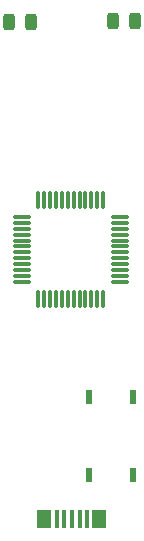
<source format=gbr>
%TF.GenerationSoftware,KiCad,Pcbnew,9.0.0*%
%TF.CreationDate,2025-02-28T11:04:11+07:00*%
%TF.ProjectId,SMT32_Bluepill,534d5433-325f-4426-9c75-6570696c6c2e,rev?*%
%TF.SameCoordinates,Original*%
%TF.FileFunction,Paste,Top*%
%TF.FilePolarity,Positive*%
%FSLAX46Y46*%
G04 Gerber Fmt 4.6, Leading zero omitted, Abs format (unit mm)*
G04 Created by KiCad (PCBNEW 9.0.0) date 2025-02-28 11:04:11*
%MOMM*%
%LPD*%
G01*
G04 APERTURE LIST*
G04 Aperture macros list*
%AMRoundRect*
0 Rectangle with rounded corners*
0 $1 Rounding radius*
0 $2 $3 $4 $5 $6 $7 $8 $9 X,Y pos of 4 corners*
0 Add a 4 corners polygon primitive as box body*
4,1,4,$2,$3,$4,$5,$6,$7,$8,$9,$2,$3,0*
0 Add four circle primitives for the rounded corners*
1,1,$1+$1,$2,$3*
1,1,$1+$1,$4,$5*
1,1,$1+$1,$6,$7*
1,1,$1+$1,$8,$9*
0 Add four rect primitives between the rounded corners*
20,1,$1+$1,$2,$3,$4,$5,0*
20,1,$1+$1,$4,$5,$6,$7,0*
20,1,$1+$1,$6,$7,$8,$9,0*
20,1,$1+$1,$8,$9,$2,$3,0*%
G04 Aperture macros list end*
%ADD10RoundRect,0.075000X-0.075000X0.662500X-0.075000X-0.662500X0.075000X-0.662500X0.075000X0.662500X0*%
%ADD11RoundRect,0.075000X-0.662500X0.075000X-0.662500X-0.075000X0.662500X-0.075000X0.662500X0.075000X0*%
%ADD12R,0.400000X1.500000*%
%ADD13R,1.150000X1.500000*%
%ADD14R,0.558800X1.153700*%
%ADD15RoundRect,0.243750X0.243750X0.456250X-0.243750X0.456250X-0.243750X-0.456250X0.243750X-0.456250X0*%
%ADD16RoundRect,0.243750X-0.243750X-0.456250X0.243750X-0.456250X0.243750X0.456250X-0.243750X0.456250X0*%
G04 APERTURE END LIST*
D10*
%TO.C,U2*%
X32650000Y-67537500D03*
X32150000Y-67537500D03*
X31650000Y-67537500D03*
X31150000Y-67537500D03*
X30650000Y-67537500D03*
X30150000Y-67537500D03*
X29650000Y-67537500D03*
X29150000Y-67537500D03*
X28650000Y-67537500D03*
X28150000Y-67537500D03*
X27650000Y-67537500D03*
X27150000Y-67537500D03*
D11*
X25737500Y-68950000D03*
X25737500Y-69450000D03*
X25737500Y-69950000D03*
X25737500Y-70450000D03*
X25737500Y-70950000D03*
X25737500Y-71450000D03*
X25737500Y-71950000D03*
X25737500Y-72450000D03*
X25737500Y-72950000D03*
X25737500Y-73450000D03*
X25737500Y-73950000D03*
X25737500Y-74450000D03*
D10*
X27150000Y-75862500D03*
X27650000Y-75862500D03*
X28150000Y-75862500D03*
X28650000Y-75862500D03*
X29150000Y-75862500D03*
X29650000Y-75862500D03*
X30150000Y-75862500D03*
X30650000Y-75862500D03*
X31150000Y-75862500D03*
X31650000Y-75862500D03*
X32150000Y-75862500D03*
X32650000Y-75862500D03*
D11*
X34062500Y-74450000D03*
X34062500Y-73950000D03*
X34062500Y-73450000D03*
X34062500Y-72950000D03*
X34062500Y-72450000D03*
X34062500Y-71950000D03*
X34062500Y-71450000D03*
X34062500Y-70950000D03*
X34062500Y-70450000D03*
X34062500Y-69950000D03*
X34062500Y-69450000D03*
X34062500Y-68950000D03*
%TD*%
D12*
%TO.C,U3*%
X28700000Y-94550000D03*
X29350000Y-94550000D03*
X30000000Y-94550000D03*
X30650000Y-94550000D03*
X31300000Y-94550000D03*
D13*
X27675000Y-94550000D03*
X32325000Y-94550000D03*
%TD*%
D14*
%TO.C,RST1*%
X31450001Y-90781949D03*
X35149999Y-90781949D03*
X35149999Y-84218051D03*
X31450001Y-84218051D03*
%TD*%
D15*
%TO.C,D2*%
X26568750Y-52468750D03*
X24693750Y-52468750D03*
%TD*%
D16*
%TO.C,D1*%
X33462500Y-52400000D03*
X35337500Y-52400000D03*
%TD*%
M02*

</source>
